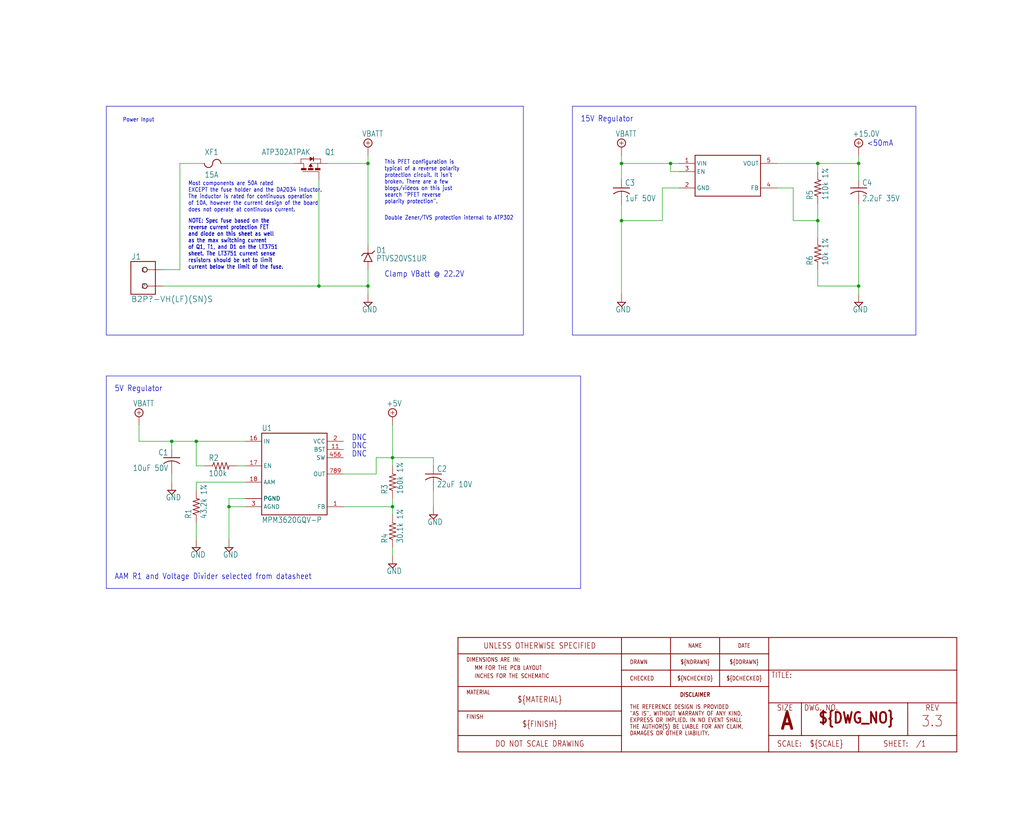
<source format=kicad_sch>
(kicad_sch (version 20230121) (generator eeschema)
  (paper "User" 318.084 254.203)
  (lib_symbols
    (symbol "kicker-eagle-import:+15.0V" (power)
      (property "Value" "+15.0V" (at -1.905 3.175 0))
      (symbol "+15.0V_1_0"
        (polyline (pts (xy -0.635 1.27) (xy 0.635 1.27)) (stroke (width 0.1524)))
        (polyline (pts (xy 0 0.635) (xy 0 1.905)) (stroke (width 0.1524)))
        (circle (center 0 1.27) (radius 1.27) (stroke (width 0.254)))
        (pin power_in line (at 0 -2.54 90) (length 2.54) (name "+15.0V") (number "1"))
      )
    )
    (symbol "kicker-eagle-import:3557-2"
      (property "Reference" "XF" (at -2.54 2.54 0))
      (symbol "3557-2_1_0"
        (arc (start -2.54 0) (mid -1.27 -1.2645) (end 0 0) (stroke (width 0.254)))
        (arc (start 2.54 0) (mid 1.27 1.2645) (end 0 0) (stroke (width 0.254)))
        (pin bidirectional line (at -2.54 0 0) (length 0) (name "1") (number "1"))
        (pin bidirectional line (at -2.54 0 0) (length 0) (name "1") (number "2"))
        (pin bidirectional line (at 2.54 0 180) (length 0) (name "2") (number "3"))
        (pin bidirectional line (at 2.54 0 180) (length 0) (name "2") (number "4"))
      )
    )
    (symbol "kicker-eagle-import:ATP302ATPAK"
      (property "Reference" "Q" (at 2.54 2.54 0))
      (symbol "ATP302ATPAK_1_0"
        (rectangle (start -2.032 -2.921) (end -1.524 -1.397) (fill (type outline)))
        (rectangle (start -2.032 -0.762) (end -1.524 0.762) (fill (type outline)))
        (rectangle (start -2.032 1.397) (end -1.524 2.921) (fill (type outline)))
        (polyline (pts (xy -2.54 2.54) (xy -2.54 -2.54)) (stroke (width 0.1524)))
        (polyline (pts (xy -1.524 -2.159) (xy 0 -2.159)) (stroke (width 0.1524)))
        (polyline (pts (xy -1.524 0) (xy -1.016 0)) (stroke (width 0.1524)))
        (polyline (pts (xy -1.524 2.159) (xy 0 2.159)) (stroke (width 0.1524)))
        (polyline (pts (xy 0 -2.159) (xy 0 -2.54)) (stroke (width 0.1524)))
        (polyline (pts (xy 0 0) (xy 0 2.159)) (stroke (width 0.1524)))
        (polyline (pts (xy 0 2.159) (xy 0 2.54)) (stroke (width 0.1524)))
        (polyline (pts (xy 0 3.048) (xy 1.397 3.048)) (stroke (width 0.1524)))
        (polyline (pts (xy 1.397 -3.048) (xy 0 -3.048)) (stroke (width 0.1524)))
        (polyline (pts (xy 1.397 -0.254) (xy 1.397 -3.048)) (stroke (width 0.1524)))
        (polyline (pts (xy 1.397 3.048) (xy 1.397 0.762)) (stroke (width 0.1524)))
        (polyline (pts (xy 0 0) (xy -1.016 -0.635) (xy -1.016 0.635)) (stroke (width 0.1016)) (fill (type outline)))
        (polyline (pts (xy 1.397 0.762) (xy 2.032 -0.254) (xy 0.762 -0.254)) (stroke (width 0.1016)) (fill (type outline)))
        (rectangle (start 0.762 0.762) (end 2.032 0.889) (fill (type outline)))
        (pin passive line (at -5.08 2.54 0) (length 2.54) (name "G") (number "1"))
        (pin passive line (at 0 5.08 270) (length 2.54) (name "S") (number "2"))
        (pin passive line (at 0 -5.08 90) (length 2.54) (name "D") (number "3"))
      )
    )
    (symbol "kicker-eagle-import:B2P?-VH(LF)(SN)S"
      (property "Reference" "J" (at -5.08 7.62 0))
      (symbol "B2P?-VH(LF)(SN)S_1_0"
        (circle (center -0.762 -2.54) (radius 0.762) (stroke (width 0.254)))
        (circle (center -0.762 2.54) (radius 0.762) (stroke (width 0.254)))
        (polyline (pts (xy -5.08 -5.08) (xy 2.54 -5.08)) (stroke (width 0.254)))
        (polyline (pts (xy -5.08 5.08) (xy -5.08 -5.08)) (stroke (width 0.254)))
        (polyline (pts (xy 2.54 -5.08) (xy 2.54 5.08)) (stroke (width 0.254)))
        (polyline (pts (xy 2.54 5.08) (xy -5.08 5.08)) (stroke (width 0.254)))
        (pin bidirectional line (at 5.08 2.54 180) (length 5.08) (name "1") (number "1"))
        (pin bidirectional line (at 5.08 -2.54 180) (length 5.08) (name "2") (number "2"))
      )
    )
    (symbol "kicker-eagle-import:GND" (power)
      (property "Value" "GND" (at -1.905 -3.175 0))
      (symbol "GND_1_0"
        (polyline (pts (xy -1.27 0) (xy 1.27 0)) (stroke (width 0.254)))
        (polyline (pts (xy 0 -1.27) (xy -1.27 0)) (stroke (width 0.254)))
        (polyline (pts (xy 1.27 0) (xy 0 -1.27)) (stroke (width 0.254)))
        (pin power_in line (at 0 2.54 270) (length 2.54) (name "GND") (number "1"))
      )
    )
    (symbol "kicker-eagle-import:MIC5235YM5SOT-23-5"
      (symbol "MIC5235YM5SOT-23-5_1_0"
        (polyline (pts (xy -10.16 -5.08) (xy -10.16 7.62)) (stroke (width 0.254)))
        (polyline (pts (xy -10.16 -5.08) (xy 10.16 -5.08)) (stroke (width 0.254)))
        (polyline (pts (xy 10.16 -5.08) (xy 10.16 7.62)) (stroke (width 0.254)))
        (polyline (pts (xy 10.16 7.62) (xy -10.16 7.62)) (stroke (width 0.254)))
        (pin bidirectional line (at -15.24 5.08 0) (length 5.08) (name "VIN") (number "1"))
        (pin bidirectional line (at -15.24 -2.54 0) (length 5.08) (name "GND") (number "2"))
        (pin bidirectional line (at -15.24 2.54 0) (length 5.08) (name "EN") (number "3"))
        (pin bidirectional line (at 15.24 -2.54 180) (length 5.08) (name "FB") (number "4"))
        (pin bidirectional line (at 15.24 5.08 180) (length 5.08) (name "VOUT") (number "5"))
      )
    )
    (symbol "kicker-eagle-import:MPM3620GQV-P"
      (property "Reference" "U" (at -10.16 15.24 0))
      (symbol "MPM3620GQV-P_1_0"
        (polyline (pts (xy -10.16 -12.7) (xy -10.16 12.7)) (stroke (width 0.254)))
        (polyline (pts (xy -10.16 12.7) (xy 10.16 12.7)) (stroke (width 0.254)))
        (polyline (pts (xy 10.16 -12.7) (xy -10.16 -12.7)) (stroke (width 0.254)))
        (polyline (pts (xy 10.16 12.7) (xy 10.16 -12.7)) (stroke (width 0.254)))
        (pin bidirectional line (at 15.24 -10.16 180) (length 5.08) (name "FB") (number "1"))
        (pin bidirectional line (at 15.24 7.62 180) (length 5.08) (name "BST") (number "11"))
        (pin bidirectional line (at -15.24 -7.62 0) (length 5.08) (name "PGND") (number "12"))
        (pin bidirectional line (at -15.24 -7.62 0) (length 5.08) (name "PGND") (number "13"))
        (pin bidirectional line (at -15.24 -7.62 0) (length 5.08) (name "PGND") (number "14"))
        (pin bidirectional line (at -15.24 10.16 0) (length 5.08) (name "IN") (number "16"))
        (pin bidirectional line (at -15.24 2.54 0) (length 5.08) (name "EN") (number "17"))
        (pin bidirectional line (at -15.24 -2.54 0) (length 5.08) (name "AAM") (number "18"))
        (pin bidirectional line (at 15.24 10.16 180) (length 5.08) (name "VCC") (number "2"))
        (pin bidirectional line (at -15.24 -10.16 0) (length 5.08) (name "AGND") (number "3"))
        (pin bidirectional line (at 15.24 5.08 180) (length 5.08) (name "SW") (number "456"))
        (pin bidirectional line (at 15.24 0 180) (length 5.08) (name "OUT") (number "789"))
      )
    )
    (symbol "kicker-eagle-import:RO_FRAME_A_L_20161226"
      (symbol "RO_FRAME_A_L_20161226_1_0"
        (polyline (pts (xy 0 43.18) (xy 3.81 43.18)))
        (polyline (pts (xy 0 86.36) (xy 3.81 86.36)))
        (polyline (pts (xy 0 129.54) (xy 3.81 129.54)))
        (polyline (pts (xy 0 172.72) (xy 3.81 172.72)))
        (polyline (pts (xy 3.81 3.81) (xy 3.81 212.09)))
        (polyline (pts (xy 46.5667 0) (xy 46.5667 3.81)))
        (polyline (pts (xy 93.1333 0) (xy 93.1333 3.81)))
        (polyline (pts (xy 139.7 0) (xy 139.7 3.81)))
        (polyline (pts (xy 186.2667 0) (xy 186.2667 3.81)))
        (polyline (pts (xy 232.8333 0) (xy 232.8333 3.81)))
        (polyline (pts (xy 275.59 212.09) (xy 3.81 212.09)))
        (polyline (pts (xy 0 0) (xy 279.4 0) (xy 279.4 215.9) (xy 0 215.9) (xy 0 0)))
        (text "1" (at 23.2833 213.995 0) (effects (font (size 2.54 2.286))))
        (text "2" (at 69.85 213.995 0) (effects (font (size 2.54 2.286))))
        (text "3" (at 116.4167 213.995 0) (effects (font (size 2.54 2.286))))
        (text "4" (at 162.9833 213.995 0) (effects (font (size 2.54 2.286))))
        (text "5" (at 209.55 213.995 0) (effects (font (size 2.54 2.286))))
        (text "6" (at 256.1167 213.995 0) (effects (font (size 2.54 2.286))))
        (text "A" (at 1.905 194.31 0) (effects (font (size 2.54 2.286))))
        (text "B" (at 1.905 151.13 0) (effects (font (size 2.54 2.286))))
        (text "C" (at 1.905 107.95 0) (effects (font (size 2.54 2.286))))
        (text "D" (at 1.905 64.77 0) (effects (font (size 2.54 2.286))))
        (text "E" (at 1.905 21.59 0) (effects (font (size 2.54 2.286))))
      )
      (symbol "RO_FRAME_A_L_20161226_2_0"
        (polyline (pts (xy 0 0) (xy 0 5.08)) (stroke (width 0.254)))
        (polyline (pts (xy 0 5.08) (xy 0 12.7)) (stroke (width 0.254)))
        (polyline (pts (xy 0 12.7) (xy 0 20.32)) (stroke (width 0.254)))
        (polyline (pts (xy 0 12.7) (xy 50.8 12.7)) (stroke (width 0.254)))
        (polyline (pts (xy 0 20.32) (xy 0 30.48)) (stroke (width 0.254)))
        (polyline (pts (xy 0 30.48) (xy 0 35.56)) (stroke (width 0.254)))
        (polyline (pts (xy 0 30.48) (xy 50.8 30.48)) (stroke (width 0.254)))
        (polyline (pts (xy 0 35.56) (xy 50.8 35.56)) (stroke (width 0.254)))
        (polyline (pts (xy 50.8 0) (xy 0 0)) (stroke (width 0.254)))
        (polyline (pts (xy 50.8 5.08) (xy 0 5.08)) (stroke (width 0.254)))
        (polyline (pts (xy 50.8 5.08) (xy 50.8 0)) (stroke (width 0.254)))
        (polyline (pts (xy 50.8 12.7) (xy 50.8 5.08)) (stroke (width 0.254)))
        (polyline (pts (xy 50.8 20.32) (xy 0 20.32)) (stroke (width 0.254)))
        (polyline (pts (xy 50.8 20.32) (xy 50.8 12.7)) (stroke (width 0.254)))
        (polyline (pts (xy 50.8 20.32) (xy 50.8 25.4)) (stroke (width 0.254)))
        (polyline (pts (xy 50.8 25.4) (xy 50.8 30.48)) (stroke (width 0.254)))
        (polyline (pts (xy 50.8 25.4) (xy 96.52 25.4)) (stroke (width 0.254)))
        (polyline (pts (xy 50.8 30.48) (xy 96.52 30.48)) (stroke (width 0.254)))
        (polyline (pts (xy 50.8 35.56) (xy 50.8 30.48)) (stroke (width 0.254)))
        (polyline (pts (xy 50.8 35.56) (xy 66.04 35.56)) (stroke (width 0.254)))
        (polyline (pts (xy 66.04 20.32) (xy 50.8 20.32)) (stroke (width 0.254)))
        (polyline (pts (xy 66.04 35.56) (xy 66.04 20.32)) (stroke (width 0.254)))
        (polyline (pts (xy 66.04 35.56) (xy 81.28 35.56)) (stroke (width 0.254)))
        (polyline (pts (xy 81.28 20.32) (xy 66.04 20.32)) (stroke (width 0.254)))
        (polyline (pts (xy 81.28 35.56) (xy 81.28 20.32)) (stroke (width 0.254)))
        (polyline (pts (xy 81.28 35.56) (xy 96.52 35.56)) (stroke (width 0.254)))
        (polyline (pts (xy 96.52 0) (xy 50.8 0)) (stroke (width 0.254)))
        (polyline (pts (xy 96.52 0) (xy 96.52 5.08)) (stroke (width 0.254)))
        (polyline (pts (xy 96.52 5.08) (xy 96.52 15.24)) (stroke (width 0.254)))
        (polyline (pts (xy 96.52 5.08) (xy 106.68 5.08)) (stroke (width 0.254)))
        (polyline (pts (xy 96.52 15.24) (xy 96.52 20.32)) (stroke (width 0.254)))
        (polyline (pts (xy 96.52 15.24) (xy 106.68 15.24)) (stroke (width 0.254)))
        (polyline (pts (xy 96.52 20.32) (xy 81.28 20.32)) (stroke (width 0.254)))
        (polyline (pts (xy 96.52 20.32) (xy 96.52 25.4)) (stroke (width 0.254)))
        (polyline (pts (xy 96.52 25.4) (xy 96.52 30.48)) (stroke (width 0.254)))
        (polyline (pts (xy 96.52 25.4) (xy 154.94 25.4)) (stroke (width 0.254)))
        (polyline (pts (xy 96.52 30.48) (xy 96.52 35.56)) (stroke (width 0.254)))
        (polyline (pts (xy 96.52 35.56) (xy 154.94 35.56)) (stroke (width 0.254)))
        (polyline (pts (xy 106.68 5.08) (xy 124.46 5.08)) (stroke (width 0.254)))
        (polyline (pts (xy 106.68 15.24) (xy 106.68 5.08)) (stroke (width 0.254)))
        (polyline (pts (xy 106.68 15.24) (xy 139.7 15.24)) (stroke (width 0.254)))
        (polyline (pts (xy 124.46 0) (xy 96.52 0)) (stroke (width 0.254)))
        (polyline (pts (xy 124.46 5.08) (xy 124.46 0)) (stroke (width 0.254)))
        (polyline (pts (xy 124.46 5.08) (xy 139.7 5.08)) (stroke (width 0.254)))
        (polyline (pts (xy 139.7 5.08) (xy 154.94 5.08)) (stroke (width 0.254)))
        (polyline (pts (xy 139.7 15.24) (xy 139.7 5.08)) (stroke (width 0.254)))
        (polyline (pts (xy 139.7 15.24) (xy 154.94 15.24)) (stroke (width 0.254)))
        (polyline (pts (xy 154.94 0) (xy 124.46 0)) (stroke (width 0.254)))
        (polyline (pts (xy 154.94 5.08) (xy 154.94 0)) (stroke (width 0.254)))
        (polyline (pts (xy 154.94 15.24) (xy 154.94 5.08)) (stroke (width 0.254)))
        (polyline (pts (xy 154.94 25.4) (xy 154.94 15.24)) (stroke (width 0.254)))
        (polyline (pts (xy 154.94 35.56) (xy 154.94 25.4)) (stroke (width 0.254)))
        (text "${#}/${##}" (at 142.24 2.54 0) (effects (font (size 1.778 1.5113)) (justify left)))
        (text "${DCHECKED}" (at 88.9 22.86 0) (effects (font (size 1.27 1.0795))))
        (text "${DDRAWN}" (at 88.9 27.94 0) (effects (font (size 1.27 1.0795))))
        (text "${DWG_NO}" (at 111.76 8.636 0) (effects (font (size 3.302 2.8067) (thickness 0.5613) bold) (justify left bottom)))
        (text "${FINISH}" (at 25.4 7.62 0) (effects (font (size 1.778 1.5113)) (justify bottom)))
        (text "${MATERIAL}" (at 25.4 15.24 0) (effects (font (size 1.778 1.5113)) (justify bottom)))
        (text "${NCHECKED}" (at 73.66 22.86 0) (effects (font (size 1.27 1.0795))))
        (text "${NDRAWN}" (at 73.66 27.94 0) (effects (font (size 1.27 1.0795))))
        (text "${REV}" (at 147.32 7.62 0) (effects (font (size 3.302 2.8067)) (justify bottom)))
        (text "${SCALE}" (at 109.22 2.54 0) (effects (font (size 1.778 1.5113)) (justify left)))
        (text "${TITLE}" (at 104.14 20.32 0) (effects (font (size 3.302 2.8067)) (justify left)))
        (text "A" (at 99.822 6.604 0) (effects (font (size 5.08 4.318) (thickness 0.8636) bold) (justify left bottom)))
        (text "CHECKED" (at 53.34 22.86 0) (effects (font (size 1.27 1.0795)) (justify left)))
        (text "DATE" (at 88.9 33.02 0) (effects (font (size 1.27 1.0795))))
        (text "DIMENSIONS ARE IN:" (at 2.54 27.94 0) (effects (font (size 1.27 1.0795)) (justify left bottom)))
        (text "DISCLAIMER" (at 73.66 17.78 0) (effects (font (size 1.27 1.0795) (thickness 0.2159) bold)))
        (text "DO NOT SCALE DRAWING" (at 25.4 2.54 0) (effects (font (size 1.778 1.5113))))
        (text "DRAWN" (at 53.34 27.94 0) (effects (font (size 1.27 1.0795)) (justify left)))
        (text "DWG. NO." (at 107.442 12.7 0) (effects (font (size 1.778 1.5113)) (justify left bottom)))
        (text "FINISH" (at 2.54 10.16 0) (effects (font (size 1.27 1.0795)) (justify left bottom)))
        (text "INCHES FOR THE SCHEMATIC" (at 5.08 22.86 0) (effects (font (size 1.27 1.0795)) (justify left bottom)))
        (text "MATERIAL" (at 2.54 17.78 0) (effects (font (size 1.27 1.0795)) (justify left bottom)))
        (text "MM FOR THE PCB LAYOUT" (at 5.08 25.4 0) (effects (font (size 1.27 1.0795)) (justify left bottom)))
        (text "NAME" (at 73.66 33.02 0) (effects (font (size 1.27 1.0795))))
        (text "REV" (at 147.32 12.7 0) (effects (font (size 1.778 1.5113)) (justify bottom)))
        (text "SCALE:" (at 99.06 2.54 0) (effects (font (size 1.778 1.5113)) (justify left)))
        (text "SHEET:" (at 132.08 2.54 0) (effects (font (size 1.778 1.5113)) (justify left)))
        (text "SIZE" (at 101.6 12.7 0) (effects (font (size 1.778 1.5113)) (justify bottom)))
        (text "THE REFERENCE DESIGN IS PROVIDED\n\"AS IS\", WITHOUT WARRANTY OF ANY KIND,\nEXPRESS OR IMPLIED. IN NO EVENT SHALL\nTHE AUTHOR(S) BE LIABLE FOR ANY CLAIM,\nDAMAGES OR OTHER LIABILITY." (at 53.34 5.08 0) (effects (font (size 1.27 1.0795)) (justify left bottom)))
        (text "TITLE:" (at 97.282 22.86 0) (effects (font (size 1.778 1.5113)) (justify left bottom)))
        (text "UNLESS OTHERWISE SPECIFIED" (at 25.4 33.02 0) (effects (font (size 1.778 1.5113))))
      )
    )
    (symbol "kicker-eagle-import:TVSSOD123W"
      (property "Reference" "D" (at 2.54 0 0))
      (symbol "TVSSOD123W_1_0"
        (polyline (pts (xy -1.27 -2.54) (xy 1.27 -2.54)) (stroke (width 0.254)))
        (polyline (pts (xy -1.27 0) (xy -2.032 -0.762)) (stroke (width 0.254)))
        (polyline (pts (xy 0 0) (xy -1.27 -2.54)) (stroke (width 0.254)))
        (polyline (pts (xy 0 0) (xy -1.27 0)) (stroke (width 0.254)))
        (polyline (pts (xy 1.27 -2.54) (xy 0 0)) (stroke (width 0.254)))
        (polyline (pts (xy 1.27 0) (xy 0 0)) (stroke (width 0.254)))
        (polyline (pts (xy 2.032 0.762) (xy 1.27 0)) (stroke (width 0.254)))
        (pin passive line (at 0 -5.08 90) (length 2.54) (name "A") (number "A"))
        (pin passive line (at 0 2.54 270) (length 2.54) (name "C") (number "C"))
      )
    )
    (symbol "kicker-eagle-import:VBATT" (power)
      (property "Value" "VBATT" (at -1.905 3.175 0))
      (symbol "VBATT_1_0"
        (polyline (pts (xy -0.635 1.27) (xy 0.635 1.27)) (stroke (width 0.1524)))
        (polyline (pts (xy 0 0.635) (xy 0 1.905)) (stroke (width 0.1524)))
        (circle (center 0 1.27) (radius 1.27) (stroke (width 0.254)))
        (pin power_in line (at 0 -2.54 90) (length 2.54) (name "VBATT") (number "1"))
      )
    )
    (symbol "kicker-eagle-import:rcl_C-USC0603"
      (property "Reference" "C" (at 1.016 0.635 0))
      (symbol "rcl_C-USC0603_1_0"
        (arc (start 0 -1.0161) (mid -1.302 -1.2303) (end -2.4668 -1.8504) (stroke (width 0.254)))
        (polyline (pts (xy -2.54 0) (xy 2.54 0)) (stroke (width 0.254)))
        (polyline (pts (xy 0 -1.016) (xy 0 -2.54)) (stroke (width 0.1524)))
        (arc (start 2.4892 -1.8541) (mid 1.3158 -1.2194) (end 0 -1) (stroke (width 0.254)))
        (pin passive line (at 0 2.54 270) (length 2.54) (name "1") (number "1"))
        (pin passive line (at 0 -5.08 90) (length 2.54) (name "2") (number "2"))
      )
    )
    (symbol "kicker-eagle-import:rcl_C-USC1206"
      (property "Reference" "C" (at 1.016 0.635 0))
      (symbol "rcl_C-USC1206_1_0"
        (arc (start 0 -1.0161) (mid -1.302 -1.2303) (end -2.4668 -1.8504) (stroke (width 0.254)))
        (polyline (pts (xy -2.54 0) (xy 2.54 0)) (stroke (width 0.254)))
        (polyline (pts (xy 0 -1.016) (xy 0 -2.54)) (stroke (width 0.1524)))
        (arc (start 2.4892 -1.8541) (mid 1.3158 -1.2194) (end 0 -1) (stroke (width 0.254)))
        (pin passive line (at 0 2.54 270) (length 2.54) (name "1") (number "1"))
        (pin passive line (at 0 -5.08 90) (length 2.54) (name "2") (number "2"))
      )
    )
    (symbol "kicker-eagle-import:rcl_R-US_R0603"
      (property "Reference" "R" (at -3.81 1.4986 0))
      (symbol "rcl_R-US_R0603_1_0"
        (polyline (pts (xy -2.54 0) (xy -2.159 1.016)) (stroke (width 0.2032)))
        (polyline (pts (xy -2.159 1.016) (xy -1.524 -1.016)) (stroke (width 0.2032)))
        (polyline (pts (xy -1.524 -1.016) (xy -0.889 1.016)) (stroke (width 0.2032)))
        (polyline (pts (xy -0.889 1.016) (xy -0.254 -1.016)) (stroke (width 0.2032)))
        (polyline (pts (xy -0.254 -1.016) (xy 0.381 1.016)) (stroke (width 0.2032)))
        (polyline (pts (xy 0.381 1.016) (xy 1.016 -1.016)) (stroke (width 0.2032)))
        (polyline (pts (xy 1.016 -1.016) (xy 1.651 1.016)) (stroke (width 0.2032)))
        (polyline (pts (xy 1.651 1.016) (xy 2.286 -1.016)) (stroke (width 0.2032)))
        (polyline (pts (xy 2.286 -1.016) (xy 2.54 0)) (stroke (width 0.2032)))
        (pin passive line (at -5.08 0 0) (length 2.54) (name "1") (number "1"))
        (pin passive line (at 5.08 0 180) (length 2.54) (name "2") (number "2"))
      )
    )
    (symbol "kicker-eagle-import:resistor_R-US_R0603"
      (property "Reference" "R" (at -3.81 1.4986 0))
      (symbol "resistor_R-US_R0603_1_0"
        (polyline (pts (xy -2.54 0) (xy -2.159 1.016)) (stroke (width 0.2032)))
        (polyline (pts (xy -2.159 1.016) (xy -1.524 -1.016)) (stroke (width 0.2032)))
        (polyline (pts (xy -1.524 -1.016) (xy -0.889 1.016)) (stroke (width 0.2032)))
        (polyline (pts (xy -0.889 1.016) (xy -0.254 -1.016)) (stroke (width 0.2032)))
        (polyline (pts (xy -0.254 -1.016) (xy 0.381 1.016)) (stroke (width 0.2032)))
        (polyline (pts (xy 0.381 1.016) (xy 1.016 -1.016)) (stroke (width 0.2032)))
        (polyline (pts (xy 1.016 -1.016) (xy 1.651 1.016)) (stroke (width 0.2032)))
        (polyline (pts (xy 1.651 1.016) (xy 2.286 -1.016)) (stroke (width 0.2032)))
        (polyline (pts (xy 2.286 -1.016) (xy 2.54 0)) (stroke (width 0.2032)))
        (pin passive line (at -5.08 0 0) (length 2.54) (name "1") (number "1"))
        (pin passive line (at 5.08 0 180) (length 2.54) (name "2") (number "2"))
      )
    )
    (symbol "kicker-eagle-import:supply2_+5V" (power)
      (property "Value" "supply2_+5V" (at -1.905 3.175 0))
      (symbol "supply2_+5V_1_0"
        (polyline (pts (xy -0.635 1.27) (xy 0.635 1.27)) (stroke (width 0.1524)))
        (polyline (pts (xy 0 0.635) (xy 0 1.905)) (stroke (width 0.1524)))
        (circle (center 0 1.27) (radius 1.27) (stroke (width 0.254)))
        (pin power_in line (at 0 -2.54 90) (length 2.54) (name "+5V") (number "1"))
      )
    )
  )
  (junction (at 254 50.8))
  (junction (at 266.7 50.8))
  (junction (at 53.34 137.16))
  (junction (at 71.12 157.48))
  (junction (at 193.04 50.8))
  (junction (at 208.28 50.8))
  (junction (at 121.92 157.48))
  (junction (at 114.3 50.8))
  (junction (at 254 68.58))
  (junction (at 60.96 137.16))
  (junction (at 114.3 88.9))
  (junction (at 99.06 88.9))
  (junction (at 121.92 142.24))
  (junction (at 193.04 68.58))
  (junction (at 266.7 88.9))
  (wire (pts (xy 266.7 48.26) (xy 266.7 50.8)) (stroke (width 0.1524)))
  (wire (pts (xy 76.2 154.94) (xy 71.12 154.94)) (stroke (width 0.1524)))
  (wire (pts (xy 254 50.8) (xy 266.7 50.8)) (stroke (width 0.1524)))
  (wire (pts (xy 76.2 157.48) (xy 71.12 157.48)) (stroke (width 0.1524)))
  (wire (pts (xy 254 53.34) (xy 254 50.8)) (stroke (width 0.1524)))
  (polyline (pts (xy 284.48 104.14) (xy 177.8 104.14)) (stroke (width 0.1524) (type solid)))
  (wire (pts (xy 246.38 58.42) (xy 241.3 58.42)) (stroke (width 0.1524)))
  (wire (pts (xy 241.3 50.8) (xy 254 50.8)) (stroke (width 0.1524)))
  (wire (pts (xy 114.3 88.9) (xy 114.3 83.82)) (stroke (width 0.1524)))
  (wire (pts (xy 53.34 137.16) (xy 53.34 139.7)) (stroke (width 0.1524)))
  (wire (pts (xy 71.12 154.94) (xy 71.12 157.48)) (stroke (width 0.1524)))
  (wire (pts (xy 266.7 50.8) (xy 266.7 55.88)) (stroke (width 0.1524)))
  (wire (pts (xy 53.34 147.32) (xy 53.34 149.86)) (stroke (width 0.1524)))
  (wire (pts (xy 266.7 88.9) (xy 254 88.9)) (stroke (width 0.1524)))
  (wire (pts (xy 60.96 149.86) (xy 60.96 152.4)) (stroke (width 0.1524)))
  (polyline (pts (xy 162.56 104.14) (xy 33.02 104.14)) (stroke (width 0.1524) (type solid)))
  (wire (pts (xy 208.28 53.34) (xy 210.82 53.34)) (stroke (width 0.1524)))
  (wire (pts (xy 254 88.9) (xy 254 83.82)) (stroke (width 0.1524)))
  (wire (pts (xy 114.3 76.2) (xy 114.3 50.8)) (stroke (width 0.1524)))
  (wire (pts (xy 121.92 132.08) (xy 121.92 142.24)) (stroke (width 0.1524)))
  (wire (pts (xy 254 68.58) (xy 254 63.5)) (stroke (width 0.1524)))
  (wire (pts (xy 116.84 142.24) (xy 121.92 142.24)) (stroke (width 0.1524)))
  (wire (pts (xy 114.3 88.9) (xy 114.3 91.44)) (stroke (width 0.1524)))
  (wire (pts (xy 193.04 55.88) (xy 193.04 50.8)) (stroke (width 0.1524)))
  (wire (pts (xy 134.62 142.24) (xy 134.62 144.78)) (stroke (width 0.1524)))
  (wire (pts (xy 99.06 55.88) (xy 99.06 88.9)) (stroke (width 0.1524)))
  (wire (pts (xy 63.5 144.78) (xy 60.96 144.78)) (stroke (width 0.1524)))
  (wire (pts (xy 101.6 50.8) (xy 114.3 50.8)) (stroke (width 0.1524)))
  (wire (pts (xy 121.92 157.48) (xy 121.92 160.02)) (stroke (width 0.1524)))
  (wire (pts (xy 68.58 50.8) (xy 91.44 50.8)) (stroke (width 0.1524)))
  (wire (pts (xy 50.8 88.9) (xy 99.06 88.9)) (stroke (width 0.1524)))
  (wire (pts (xy 266.7 91.44) (xy 266.7 88.9)) (stroke (width 0.1524)))
  (wire (pts (xy 60.96 137.16) (xy 76.2 137.16)) (stroke (width 0.1524)))
  (wire (pts (xy 50.8 83.82) (xy 55.88 83.82)) (stroke (width 0.1524)))
  (polyline (pts (xy 177.8 104.14) (xy 177.8 33.02)) (stroke (width 0.1524) (type solid)))
  (wire (pts (xy 193.04 91.44) (xy 193.04 68.58)) (stroke (width 0.1524)))
  (wire (pts (xy 210.82 58.42) (xy 205.74 58.42)) (stroke (width 0.1524)))
  (wire (pts (xy 121.92 170.18) (xy 121.92 172.72)) (stroke (width 0.1524)))
  (wire (pts (xy 121.92 142.24) (xy 134.62 142.24)) (stroke (width 0.1524)))
  (wire (pts (xy 53.34 137.16) (xy 60.96 137.16)) (stroke (width 0.1524)))
  (wire (pts (xy 60.96 144.78) (xy 60.96 137.16)) (stroke (width 0.1524)))
  (wire (pts (xy 71.12 157.48) (xy 71.12 167.64)) (stroke (width 0.1524)))
  (wire (pts (xy 193.04 63.5) (xy 193.04 68.58)) (stroke (width 0.1524)))
  (wire (pts (xy 208.28 50.8) (xy 208.28 53.34)) (stroke (width 0.1524)))
  (wire (pts (xy 193.04 68.58) (xy 205.74 68.58)) (stroke (width 0.1524)))
  (polyline (pts (xy 33.02 104.14) (xy 33.02 33.02)) (stroke (width 0.1524) (type solid)))
  (polyline (pts (xy 284.48 33.02) (xy 284.48 104.14)) (stroke (width 0.1524) (type solid)))
  (polyline (pts (xy 33.02 116.84) (xy 180.34 116.84)) (stroke (width 0.1524) (type solid)))
  (wire (pts (xy 106.68 147.32) (xy 116.84 147.32)) (stroke (width 0.1524)))
  (wire (pts (xy 55.88 50.8) (xy 63.5 50.8)) (stroke (width 0.1524)))
  (polyline (pts (xy 33.02 116.84) (xy 33.02 182.88)) (stroke (width 0.1524) (type solid)))
  (wire (pts (xy 116.84 147.32) (xy 116.84 142.24)) (stroke (width 0.1524)))
  (wire (pts (xy 55.88 83.82) (xy 55.88 50.8)) (stroke (width 0.1524)))
  (wire (pts (xy 114.3 50.8) (xy 114.3 48.26)) (stroke (width 0.1524)))
  (wire (pts (xy 193.04 48.26) (xy 193.04 50.8)) (stroke (width 0.1524)))
  (wire (pts (xy 193.04 50.8) (xy 208.28 50.8)) (stroke (width 0.1524)))
  (wire (pts (xy 76.2 149.86) (xy 60.96 149.86)) (stroke (width 0.1524)))
  (wire (pts (xy 121.92 142.24) (xy 121.92 144.78)) (stroke (width 0.1524)))
  (polyline (pts (xy 162.56 33.02) (xy 162.56 104.14)) (stroke (width 0.1524) (type solid)))
  (wire (pts (xy 106.68 157.48) (xy 121.92 157.48)) (stroke (width 0.1524)))
  (wire (pts (xy 266.7 63.5) (xy 266.7 88.9)) (stroke (width 0.1524)))
  (wire (pts (xy 60.96 162.56) (xy 60.96 167.64)) (stroke (width 0.1524)))
  (wire (pts (xy 43.18 137.16) (xy 53.34 137.16)) (stroke (width 0.1524)))
  (wire (pts (xy 121.92 157.48) (xy 121.92 154.94)) (stroke (width 0.1524)))
  (polyline (pts (xy 33.02 33.02) (xy 162.56 33.02)) (stroke (width 0.1524) (type solid)))
  (wire (pts (xy 246.38 68.58) (xy 246.38 58.42)) (stroke (width 0.1524)))
  (polyline (pts (xy 177.8 33.02) (xy 284.48 33.02)) (stroke (width 0.1524) (type solid)))
  (wire (pts (xy 134.62 152.4) (xy 134.62 157.48)) (stroke (width 0.1524)))
  (wire (pts (xy 73.66 144.78) (xy 76.2 144.78)) (stroke (width 0.1524)))
  (wire (pts (xy 208.28 50.8) (xy 210.82 50.8)) (stroke (width 0.1524)))
  (wire (pts (xy 254 68.58) (xy 246.38 68.58)) (stroke (width 0.1524)))
  (wire (pts (xy 254 73.66) (xy 254 68.58)) (stroke (width 0.1524)))
  (wire (pts (xy 205.74 58.42) (xy 205.74 68.58)) (stroke (width 0.1524)))
  (polyline (pts (xy 180.34 182.88) (xy 180.34 116.84)) (stroke (width 0.1524) (type solid)))
  (wire (pts (xy 43.18 132.08) (xy 43.18 137.16)) (stroke (width 0.1524)))
  (wire (pts (xy 99.06 88.9) (xy 114.3 88.9)) (stroke (width 0.1524)))
  (polyline (pts (xy 33.02 182.88) (xy 180.34 182.88)) (stroke (width 0.1524) (type solid)))
  (text "Power Input" (at 38.1 38.1 0) (effects (font (size 1.27 1.0795)) (justify left bottom)))
  (text "NOTE: Spec fuse based on the\nreverse current protection FET\nand diode on this sheet as well\nas the max switching current\nof Q1, T1, and D1 on the LT3751\nsheet. The LT3751 current sense\nresistors should be set to limit\ncurrent below the limit of the fuse." (at 58.42 83.82 0) (effects (font (size 1.27 1.0795)) (justify left bottom)))
  (text "Double Zener/TVS protection internal to ATP302" (at 119.38 68.58 0) (effects (font (size 1.27 1.0795)) (justify left bottom)))
  (text "Clamp VBatt @ 22.2V" (at 119.38 86.36 0) (effects (font (size 1.778 1.5113)) (justify left bottom)))
  (text "DNC" (at 109.22 139.7 0) (effects (font (size 1.778 1.5113)) (justify left bottom)))
  (text "DNC" (at 109.22 137.16 0) (effects (font (size 1.778 1.5113)) (justify left bottom)))
  (text "This PFET configuration is\ntypical of a reverse polarity\nprotection circuit. It isn't\nbroken. There are a few\nblogs/videos on this just\nsearch \"PFET reverse\npolarity protection\"." (at 119.38 63.5 0) (effects (font (size 1.27 1.0795)) (justify left bottom)))
  (text "DNC" (at 109.22 142.24 0) (effects (font (size 1.778 1.5113)) (justify left bottom)))
  (text "15V Regulator" (at 180.34 38.1 0) (effects (font (size 1.778 1.5113)) (justify left bottom)))
  (text "AAM R1 and Voltage Divider selected from datasheet" (at 35.56 180.34 0) (effects (font (size 1.778 1.5113)) (justify left bottom)))
  (text "NOTE: Spec fuse based on the\nreverse current protection FET\nand diode on this sheet as well\nas the max switching current\nof Q1, T1, and D1 on the LT3751\nsheet. The LT3751 current sense\nresistors should be set to limit\ncurrent below the limit of the fuse." (at 58.42 83.82 0) (effects (font (size 1.27 1.0795)) (justify left bottom)))
  (text "5V Regulator" (at 35.56 121.92 0) (effects (font (size 1.778 1.5113)) (justify left bottom)))
  (text "<50mA" (at 269.24 45.72 0) (effects (font (size 1.778 1.5113)) (justify left bottom)))
  (text "Most components are 50A rated\nEXCEPT the fuse holder and the DA2034 inductor.\nThe inductor is rated for continuous operation\nof 10A, however the current design of the board\ndoes not operate at continuous current." (at 58.42 66.04 0) (effects (font (size 1.27 1.0795)) (justify left bottom)))
  (symbol (lib_id "kicker-eagle-import:resistor_R-US_R0603") (at 254 58.42 90) (unit 1)
    (property "Reference" "R5" (at 252.5014 62.23 0) (effects (font (size 1.778 1.5113)) (justify left bottom)))
    (property "Value" "110k 1%" (at 257.302 62.23 0) (effects (font (size 1.778 1.5113)) (justify left bottom)))
    (property "Footprint" "kicker:R0603" (effects hide))
  )
  (symbol (lib_id "kicker-eagle-import:GND") (at 121.92 175.26 0) (unit 1)
    (property "Reference" "#SUPPLY8" (effects hide))
    (property "Value" "GND" (at 120.015 178.435 0) (effects (font (size 1.778 1.5113)) (justify left bottom)))
  )
  (symbol (lib_id "kicker-eagle-import:TVSSOD123W") (at 114.3 78.74 0) (unit 1)
    (property "Reference" "D1" (at 116.84 78.74 0) (effects (font (size 1.778 1.5113)) (justify left bottom)))
    (property "Value" "PTVS20VS1UR" (at 116.84 81.28 0) (effects (font (size 1.778 1.5113)) (justify left bottom)))
    (property "Footprint" "kicker:SOD123-W" (effects hide))
  )
  (symbol (lib_id "kicker-eagle-import:supply2_+5V") (at 121.92 129.54 0) (unit 1)
    (property "Reference" "#SUPPLY7" (effects hide))
    (property "Value" "+5V" (at 120.015 126.365 0) (effects (font (size 1.778 1.5113)) (justify left bottom)))
  )
  (symbol (lib_id "kicker-eagle-import:rcl_C-USC0603") (at 193.04 58.42 0) (unit 1)
    (property "Reference" "C3" (at 194.056 57.785 0) (effects (font (size 1.778 1.5113)) (justify left bottom)))
    (property "Value" "1uF 50V" (at 194.056 62.611 0) (effects (font (size 1.778 1.5113)) (justify left bottom)))
    (property "Footprint" "kicker:C0603" (effects hide))
  )
  (symbol (lib_id "kicker-eagle-import:rcl_R-US_R0603") (at 121.92 165.1 90) (unit 1)
    (property "Reference" "R4" (at 120.4214 168.91 0) (effects (font (size 1.778 1.5113)) (justify left bottom)))
    (property "Value" "30.1k 1%" (at 125.222 168.91 0) (effects (font (size 1.778 1.5113)) (justify left bottom)))
    (property "Footprint" "kicker:R0603" (effects hide))
  )
  (symbol (lib_id "kicker-eagle-import:rcl_C-USC0603") (at 266.7 58.42 0) (unit 1)
    (property "Reference" "C4" (at 267.716 57.785 0) (effects (font (size 1.778 1.5113)) (justify left bottom)))
    (property "Value" "2.2uF 35V" (at 267.716 62.611 0) (effects (font (size 1.778 1.5113)) (justify left bottom)))
    (property "Footprint" "kicker:C0603" (effects hide))
  )
  (symbol (lib_id "kicker-eagle-import:B2P?-VH(LF)(SN)S") (at 45.72 86.36 0) (unit 1)
    (property "Reference" "J1" (at 40.64 78.74 0) (effects (font (size 1.778 1.778)) (justify left top)))
    (property "Value" "B2P?-VH(LF)(SN)S" (at 40.64 93.98 0) (effects (font (size 1.778 1.778)) (justify left bottom)))
    (property "Footprint" "kicker:B2PS-CENTERED" (effects hide))
  )
  (symbol (lib_id "kicker-eagle-import:ATP302ATPAK") (at 96.52 50.8 270) (mirror x) (unit 1)
    (property "Reference" "Q1" (at 104.14 48.26 90) (effects (font (size 1.778 1.5113)) (justify right top)))
    (property "Value" "ATP302ATPAK" (at 96.52 48.26 90) (effects (font (size 1.778 1.5113)) (justify right top)))
    (property "Footprint" "kicker:TO460P950X150-3" (effects hide))
  )
  (symbol (lib_id "kicker-eagle-import:3557-2") (at 66.04 50.8 0) (unit 1)
    (property "Reference" "XF1" (at 63.5 48.26 0) (effects (font (size 1.778 1.5113)) (justify left bottom)))
    (property "Value" "15A" (at 63.5 53.34 0) (effects (font (size 1.778 1.5113)) (justify left top)))
    (property "Footprint" "kicker:3557-2" (effects hide))
  )
  (symbol (lib_id "kicker-eagle-import:rcl_R-US_R0603") (at 60.96 157.48 90) (unit 1)
    (property "Reference" "R1" (at 59.4614 161.29 0) (effects (font (size 1.778 1.5113)) (justify left bottom)))
    (property "Value" "43.2k 1%" (at 64.262 161.29 0) (effects (font (size 1.778 1.5113)) (justify left bottom)))
    (property "Footprint" "kicker:R0603" (effects hide))
  )
  (symbol (lib_id "kicker-eagle-import:MPM3620GQV-P") (at 91.44 147.32 0) (unit 1)
    (property "Reference" "U1" (at 81.28 132.08 0) (effects (font (size 1.778 1.5113)) (justify left top)))
    (property "Value" "MPM3620GQV-P" (at 81.28 162.56 0) (effects (font (size 1.778 1.5113)) (justify left bottom)))
    (property "Footprint" "kicker:MPM3620GQV-P" (effects hide))
  )
  (symbol (lib_id "kicker-eagle-import:rcl_R-US_R0603") (at 68.58 144.78 0) (unit 1)
    (property "Reference" "R2" (at 64.77 143.2814 0) (effects (font (size 1.778 1.5113)) (justify left bottom)))
    (property "Value" "100k" (at 64.77 148.082 0) (effects (font (size 1.778 1.5113)) (justify left bottom)))
    (property "Footprint" "kicker:R0603" (effects hide))
  )
  (symbol (lib_id "kicker-eagle-import:rcl_R-US_R0603") (at 121.92 149.86 90) (unit 1)
    (property "Reference" "R3" (at 120.4214 153.67 0) (effects (font (size 1.778 1.5113)) (justify left bottom)))
    (property "Value" "160k 1%" (at 125.222 153.67 0) (effects (font (size 1.778 1.5113)) (justify left bottom)))
    (property "Footprint" "kicker:R0603" (effects hide))
  )
  (symbol (lib_id "kicker-eagle-import:GND") (at 134.62 160.02 0) (unit 1)
    (property "Reference" "#SUPPLY9" (effects hide))
    (property "Value" "GND" (at 132.715 163.195 0) (effects (font (size 1.778 1.5113)) (justify left bottom)))
  )
  (symbol (lib_id "kicker-eagle-import:MIC5235YM5SOT-23-5") (at 226.06 55.88 0) (unit 1)
    (property "Reference" "U2" (effects hide))
    (property "Value" "15V" (effects hide))
    (property "Footprint" "kicker:SOT95P280X145-5" (effects hide))
  )
  (symbol (lib_id "kicker-eagle-import:GND") (at 60.96 170.18 0) (unit 1)
    (property "Reference" "#SUPPLY3" (effects hide))
    (property "Value" "GND" (at 59.055 173.355 0) (effects (font (size 1.778 1.5113)) (justify left bottom)))
  )
  (symbol (lib_id "kicker-eagle-import:GND") (at 266.7 93.98 0) (unit 1)
    (property "Reference" "#SUPPLY13" (effects hide))
    (property "Value" "GND" (at 264.795 97.155 0) (effects (font (size 1.778 1.5113)) (justify left bottom)))
  )
  (symbol (lib_id "kicker-eagle-import:VBATT") (at 114.3 45.72 0) (unit 1)
    (property "Reference" "#SUPPLY5" (effects hide))
    (property "Value" "VBATT" (at 112.395 42.545 0) (effects (font (size 1.778 1.5113)) (justify left bottom)))
  )
  (symbol (lib_id "kicker-eagle-import:GND") (at 114.3 93.98 0) (unit 1)
    (property "Reference" "#SUPPLY6" (effects hide))
    (property "Value" "GND" (at 112.395 97.155 0) (effects (font (size 1.778 1.5113)) (justify left bottom)))
  )
  (symbol (lib_id "kicker-eagle-import:rcl_C-USC0603") (at 134.62 147.32 0) (unit 1)
    (property "Reference" "C2" (at 135.636 146.685 0) (effects (font (size 1.778 1.5113)) (justify left bottom)))
    (property "Value" "22uF 10V" (at 135.636 151.511 0) (effects (font (size 1.778 1.5113)) (justify left bottom)))
    (property "Footprint" "kicker:C0603" (effects hide))
  )
  (symbol (lib_id "kicker-eagle-import:resistor_R-US_R0603") (at 254 78.74 90) (unit 1)
    (property "Reference" "R6" (at 252.5014 82.55 0) (effects (font (size 1.778 1.5113)) (justify left bottom)))
    (property "Value" "10k 1%" (at 257.302 82.55 0) (effects (font (size 1.778 1.5113)) (justify left bottom)))
    (property "Footprint" "kicker:R0603" (effects hide))
  )
  (symbol (lib_id "kicker-eagle-import:GND") (at 53.34 152.4 0) (unit 1)
    (property "Reference" "#SUPPLY2" (effects hide))
    (property "Value" "GND" (at 51.435 155.575 0) (effects (font (size 1.778 1.5113)) (justify left bottom)))
  )
  (symbol (lib_id "kicker-eagle-import:RO_FRAME_A_L_20161226") (at 142.24 233.68 0) (unit 2)
    (property "Reference" "#FRAME1" (effects hide))
    (property "Value" "RO_FRAME_A_L_20161226" (effects hide))
    (property "REV" "3.3" (effects hide))
  )
  (symbol (lib_id "kicker-eagle-import:GND") (at 71.12 170.18 0) (unit 1)
    (property "Reference" "#SUPPLY4" (effects hide))
    (property "Value" "GND" (at 69.215 173.355 0) (effects (font (size 1.778 1.5113)) (justify left bottom)))
  )
  (symbol (lib_id "kicker-eagle-import:VBATT") (at 43.18 129.54 0) (unit 1)
    (property "Reference" "#SUPPLY1" (effects hide))
    (property "Value" "VBATT" (at 41.275 126.365 0) (effects (font (size 1.778 1.5113)) (justify left bottom)))
  )
  (symbol (lib_id "kicker-eagle-import:GND") (at 193.04 93.98 0) (unit 1)
    (property "Reference" "#SUPPLY11" (effects hide))
    (property "Value" "GND" (at 191.135 97.155 0) (effects (font (size 1.778 1.5113)) (justify left bottom)))
  )
  (symbol (lib_id "kicker-eagle-import:+15.0V") (at 266.7 45.72 0) (unit 1)
    (property "Reference" "#SUPPLY12" (effects hide))
    (property "Value" "+15.0V" (at 264.795 42.545 0) (effects (font (size 1.778 1.5113)) (justify left bottom)))
  )
  (symbol (lib_id "kicker-eagle-import:VBATT") (at 193.04 45.72 0) (unit 1)
    (property "Reference" "#SUPPLY10" (effects hide))
    (property "Value" "VBATT" (at 191.135 42.545 0) (effects (font (size 1.778 1.5113)) (justify left bottom)))
  )
  (symbol (lib_id "kicker-eagle-import:rcl_C-USC1206") (at 53.34 142.24 0) (mirror y) (unit 1)
    (property "Reference" "C1" (at 52.324 141.605 0) (effects (font (size 1.778 1.5113)) (justify left bottom)))
    (property "Value" "10uF 50V" (at 52.324 146.431 0) (effects (font (size 1.778 1.5113)) (justify left bottom)))
    (property "Footprint" "kicker:C1206" (effects hide))
  )
)
</source>
